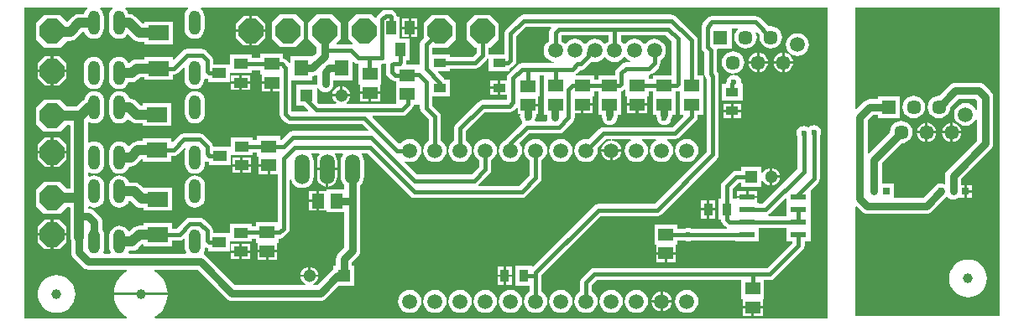
<source format=gbl>
G04*
G04 #@! TF.GenerationSoftware,Altium Limited,Altium Designer,20.0.12 (288)*
G04*
G04 Layer_Physical_Order=2*
G04 Layer_Color=16711680*
%FSLAX42Y42*%
%MOMM*%
G71*
G01*
G75*
%ADD16R,1.30X1.30*%
%ADD17C,1.30*%
%ADD18C,0.75*%
%ADD19R,0.75X0.75*%
%ADD20C,1.50*%
%ADD21C,1.45*%
%ADD22R,1.45X1.45*%
%ADD23C,1.52*%
%ADD24O,1.52X3.05*%
%ADD25P,2.66X8X112.5*%
%ADD26P,2.66X8X22.5*%
%ADD27O,1.22X2.44*%
%ADD28C,1.00*%
%ADD29C,0.60*%
%ADD30C,1.00*%
%ADD31C,0.80*%
%ADD32C,0.40*%
%ADD33R,1.30X0.90*%
%ADD34R,0.90X1.30*%
%ADD35R,1.40X1.64*%
%ADD36R,1.50X1.30*%
%ADD37R,1.30X1.50*%
%ADD38R,1.30X0.90*%
%ADD39R,2.10X1.50*%
%ADD40R,1.00X1.40*%
%ADD41R,1.40X1.00*%
%ADD42R,1.60X0.60*%
G36*
X8184Y81D02*
X1398D01*
X1395Y93D01*
X1414Y106D01*
X1447Y133D01*
X1474Y166D01*
X1497Y202D01*
X1513Y241D01*
X1523Y283D01*
X1525Y312D01*
X985D01*
X987Y283D01*
X997Y241D01*
X1013Y202D01*
X1036Y166D01*
X1063Y133D01*
X1096Y106D01*
X1115Y93D01*
X1112Y81D01*
X81D01*
Y3219D01*
X713D01*
X717Y3207D01*
X708Y3200D01*
X692Y3179D01*
X683Y3156D01*
X633Y3156D01*
X622Y3154D01*
X610Y3152D01*
X610Y3152D01*
X610Y3152D01*
X599Y3148D01*
X588Y3143D01*
X588Y3143D01*
X588Y3143D01*
X578Y3136D01*
X569Y3129D01*
X512Y3072D01*
X441Y3142D01*
X279D01*
X197Y3061D01*
Y2898D01*
X279Y2816D01*
X441D01*
X510Y2885D01*
X544Y2885D01*
X544Y2885D01*
X544Y2885D01*
X556Y2887D01*
X568Y2888D01*
X568Y2888D01*
X568Y2888D01*
X579Y2893D01*
X590Y2897D01*
X590Y2897D01*
X590Y2897D01*
X599Y2904D01*
X608Y2911D01*
X609Y2912D01*
X609Y2912D01*
X671Y2974D01*
X684Y2974D01*
X692Y2955D01*
X708Y2934D01*
X730Y2918D01*
X754Y2908D01*
X780Y2904D01*
X807Y2908D01*
X831Y2918D01*
X852Y2934D01*
X869Y2955D01*
X879Y2980D01*
X882Y3006D01*
Y3128D01*
X879Y3154D01*
X869Y3179D01*
X852Y3200D01*
X844Y3207D01*
X848Y3219D01*
X967D01*
X971Y3207D01*
X962Y3200D01*
X946Y3179D01*
X936Y3154D01*
X933Y3128D01*
Y3006D01*
X936Y2980D01*
X946Y2955D01*
X962Y2934D01*
X984Y2918D01*
X1008Y2908D01*
X1034Y2904D01*
X1061Y2908D01*
X1085Y2918D01*
X1106Y2934D01*
X1115Y2945D01*
X1128Y2946D01*
X1173Y2901D01*
X1192Y2887D01*
X1214Y2878D01*
X1237Y2875D01*
X1288D01*
Y2850D01*
X1578D01*
Y3080D01*
X1288D01*
Y3056D01*
X1275D01*
X1202Y3129D01*
X1183Y3144D01*
X1161Y3153D01*
X1137Y3156D01*
X1132D01*
X1123Y3179D01*
X1106Y3200D01*
X1098Y3207D01*
X1102Y3219D01*
X1729D01*
X1733Y3207D01*
X1724Y3200D01*
X1708Y3179D01*
X1698Y3154D01*
X1695Y3128D01*
Y3006D01*
X1698Y2980D01*
X1708Y2955D01*
X1724Y2934D01*
X1746Y2918D01*
X1770Y2908D01*
X1796Y2904D01*
X1823Y2908D01*
X1847Y2918D01*
X1868Y2934D01*
X1885Y2955D01*
X1895Y2980D01*
X1898Y3006D01*
Y3128D01*
X1895Y3154D01*
X1885Y3179D01*
X1868Y3200D01*
X1860Y3207D01*
X1864Y3219D01*
X8184D01*
X8184Y81D01*
D02*
G37*
G36*
X9919Y101D02*
X8463D01*
Y1207D01*
X8475Y1212D01*
X8527Y1159D01*
X8544Y1147D01*
X8563Y1139D01*
X8584Y1136D01*
X9178D01*
X9199Y1139D01*
X9219Y1147D01*
X9235Y1159D01*
X9379Y1303D01*
X9387Y1305D01*
X9396Y1303D01*
X9409Y1293D01*
X9429Y1285D01*
X9449Y1282D01*
X9470Y1285D01*
X9490Y1293D01*
X9499Y1300D01*
X9512Y1300D01*
X9512Y1300D01*
X9512Y1300D01*
X9562D01*
Y1363D01*
Y1426D01*
X9530D01*
Y1488D01*
X9828Y1787D01*
X9841Y1803D01*
X9849Y1823D01*
X9852Y1844D01*
Y2317D01*
X9849Y2338D01*
X9841Y2357D01*
X9828Y2374D01*
X9765Y2437D01*
X9749Y2450D01*
X9729Y2458D01*
X9708Y2461D01*
X9474D01*
X9453Y2458D01*
X9434Y2450D01*
X9417Y2437D01*
X9307Y2327D01*
X9278Y2323D01*
X9251Y2312D01*
X9228Y2294D01*
X9209Y2270D01*
X9198Y2243D01*
X9194Y2214D01*
X9198Y2184D01*
X9209Y2157D01*
X9228Y2133D01*
X9251Y2115D01*
X9278Y2104D01*
X9308Y2100D01*
X9337Y2104D01*
X9364Y2115D01*
X9388Y2133D01*
X9406Y2157D01*
X9417Y2184D01*
X9421Y2213D01*
X9508Y2299D01*
X9675D01*
X9691Y2284D01*
Y2194D01*
X9678Y2191D01*
X9675Y2198D01*
X9657Y2222D01*
X9633Y2240D01*
X9605Y2252D01*
X9575Y2256D01*
X9545Y2252D01*
X9517Y2240D01*
X9493Y2222D01*
X9474Y2198D01*
X9463Y2170D01*
X9459Y2140D01*
X9463Y2110D01*
X9474Y2082D01*
X9493Y2058D01*
X9517Y2039D01*
X9545Y2028D01*
X9575Y2024D01*
X9605Y2028D01*
X9633Y2039D01*
X9657Y2058D01*
X9675Y2082D01*
X9678Y2088D01*
X9691Y2086D01*
Y1877D01*
X9392Y1579D01*
X9380Y1562D01*
X9371Y1543D01*
X9369Y1522D01*
Y1445D01*
X9356Y1436D01*
X9345Y1441D01*
X9324Y1443D01*
X9304Y1441D01*
X9284Y1433D01*
X9267Y1420D01*
X9267Y1420D01*
X9145Y1297D01*
X8852D01*
Y1440D01*
X8730D01*
Y1649D01*
X8927Y1846D01*
X8956Y1850D01*
X8983Y1861D01*
X9007Y1879D01*
X9025Y1903D01*
X9036Y1930D01*
X9040Y1960D01*
X9036Y1989D01*
X9025Y2016D01*
X9007Y2040D01*
X8983Y2058D01*
X8956Y2069D01*
X8927Y2073D01*
X8897Y2069D01*
X8870Y2058D01*
X8847Y2040D01*
X8828Y2016D01*
X8817Y1989D01*
X8813Y1960D01*
X8601Y1748D01*
X8588Y1753D01*
Y2079D01*
X8642Y2133D01*
X8687D01*
Y2101D01*
X8912D01*
Y2326D01*
X8687D01*
Y2294D01*
X8609D01*
X8588Y2291D01*
X8569Y2283D01*
X8552Y2271D01*
X8475Y2194D01*
X8463Y2198D01*
Y3219D01*
X9919D01*
Y101D01*
D02*
G37*
%LPC*%
G36*
X3769Y3195D02*
X3726D01*
X3703Y3191D01*
X3683Y3178D01*
X3647Y3142D01*
X3634Y3122D01*
X3634Y3120D01*
X3622Y3117D01*
X3589Y3149D01*
X3426D01*
X3345Y3067D01*
Y2904D01*
X3392Y2857D01*
X3386Y2845D01*
X3372Y2848D01*
X3231D01*
X3226Y2860D01*
X3271Y2904D01*
Y3067D01*
X3189Y3149D01*
X3026D01*
X2945Y3067D01*
Y2904D01*
X3026Y2823D01*
X3027D01*
Y2765D01*
X2998Y2736D01*
X2987Y2731D01*
Y2731D01*
X2987Y2731D01*
X2767D01*
Y2663D01*
X2754Y2658D01*
X2719Y2693D01*
X2699Y2706D01*
X2690Y2708D01*
Y2754D01*
X2460D01*
Y2711D01*
X2371D01*
Y2742D01*
X2151D01*
Y2660D01*
X2151Y2647D01*
X2139Y2647D01*
X1984D01*
Y2689D01*
X1982Y2700D01*
X1980Y2711D01*
X1979Y2712D01*
X1979Y2713D01*
X1973Y2722D01*
X1967Y2731D01*
X1918Y2783D01*
X1917Y2784D01*
X1917Y2785D01*
X1907Y2791D01*
X1898Y2797D01*
X1897Y2797D01*
X1897Y2798D01*
X1886Y2800D01*
X1875Y2803D01*
X1874Y2802D01*
X1873Y2803D01*
X1723D01*
X1699Y2798D01*
X1679Y2785D01*
X1590Y2696D01*
X1578Y2700D01*
Y2720D01*
X1288D01*
Y2696D01*
X1211D01*
X1188Y2693D01*
X1166Y2684D01*
X1147Y2670D01*
X1138Y2661D01*
X1126Y2663D01*
X1123Y2671D01*
X1106Y2692D01*
X1085Y2708D01*
X1061Y2718D01*
X1034Y2722D01*
X1008Y2718D01*
X984Y2708D01*
X962Y2692D01*
X946Y2671D01*
X936Y2646D01*
X933Y2620D01*
Y2498D01*
X936Y2472D01*
X946Y2447D01*
X962Y2426D01*
X984Y2410D01*
X1008Y2400D01*
X1034Y2396D01*
X1061Y2400D01*
X1085Y2410D01*
X1106Y2426D01*
X1123Y2447D01*
X1131Y2466D01*
X1163D01*
X1187Y2470D01*
X1209Y2479D01*
X1227Y2493D01*
X1249Y2515D01*
X1288D01*
Y2490D01*
X1578D01*
Y2544D01*
X1586D01*
X1610Y2549D01*
X1630Y2562D01*
X1682Y2614D01*
X1695Y2609D01*
Y2498D01*
X1698Y2472D01*
X1708Y2447D01*
X1724Y2426D01*
X1746Y2410D01*
X1770Y2400D01*
X1796Y2396D01*
X1823Y2400D01*
X1847Y2410D01*
X1868Y2426D01*
X1885Y2447D01*
X1895Y2472D01*
X1898Y2498D01*
Y2499D01*
X1909Y2505D01*
X1916Y2501D01*
X1931Y2498D01*
Y2467D01*
X2151D01*
Y2549D01*
X2151Y2562D01*
X2164Y2562D01*
X2371D01*
Y2588D01*
X2460D01*
Y2544D01*
X2475D01*
Y2472D01*
X2575D01*
Y2459D01*
X2588D01*
Y2369D01*
X2655D01*
Y2145D01*
X2660Y2121D01*
X2673Y2101D01*
X2711Y2063D01*
X2731Y2050D01*
X2754Y2045D01*
X3486D01*
X3549Y1983D01*
X3544Y1971D01*
X2786D01*
X2763Y1967D01*
X2743Y1953D01*
X2673Y1883D01*
X2660Y1888D01*
Y1922D01*
X2430D01*
Y1878D01*
X2383D01*
Y1907D01*
X2163D01*
Y1824D01*
X2163Y1812D01*
X2150Y1812D01*
X1984D01*
Y1816D01*
X1979Y1840D01*
X1966Y1860D01*
X1895Y1931D01*
X1875Y1944D01*
X1852Y1948D01*
X1691D01*
X1668Y1944D01*
X1648Y1931D01*
X1577Y1860D01*
X1566Y1865D01*
Y1895D01*
X1276D01*
Y1871D01*
X1226D01*
X1203Y1868D01*
X1181Y1858D01*
X1162Y1844D01*
X1139Y1821D01*
X1123Y1823D01*
X1112Y1838D01*
X1091Y1855D01*
X1066Y1865D01*
X1040Y1868D01*
X1013Y1865D01*
X989Y1855D01*
X968Y1838D01*
X952Y1817D01*
X941Y1793D01*
X938Y1766D01*
Y1644D01*
X941Y1618D01*
X952Y1594D01*
X968Y1572D01*
X989Y1556D01*
X1013Y1546D01*
X1040Y1543D01*
X1066Y1546D01*
X1091Y1556D01*
X1112Y1572D01*
X1128Y1594D01*
X1137Y1615D01*
X1152D01*
X1175Y1618D01*
X1197Y1627D01*
X1216Y1641D01*
X1263Y1688D01*
X1276Y1688D01*
Y1665D01*
X1566D01*
Y1719D01*
X1584D01*
X1607Y1723D01*
X1627Y1737D01*
X1694Y1804D01*
X1705Y1797D01*
X1703Y1793D01*
X1700Y1766D01*
Y1644D01*
X1703Y1618D01*
X1714Y1594D01*
X1730Y1572D01*
X1751Y1556D01*
X1775Y1546D01*
X1802Y1543D01*
X1828Y1546D01*
X1853Y1556D01*
X1874Y1572D01*
X1890Y1594D01*
X1900Y1618D01*
X1904Y1644D01*
Y1664D01*
X1915Y1670D01*
X1922Y1665D01*
X1943Y1661D01*
Y1632D01*
X2163D01*
Y1714D01*
X2163Y1727D01*
X2176Y1727D01*
X2383D01*
Y1755D01*
X2430D01*
Y1712D01*
X2445D01*
Y1639D01*
X2545D01*
Y1627D01*
X2558D01*
Y1536D01*
X2634D01*
Y1054D01*
X2416D01*
Y1010D01*
X2371D01*
Y1035D01*
X2151D01*
Y953D01*
X2151Y940D01*
X1984D01*
Y965D01*
X1979Y988D01*
X1966Y1008D01*
X1895Y1079D01*
X1875Y1092D01*
X1852Y1097D01*
X1752D01*
X1728Y1092D01*
X1708Y1079D01*
X1617Y988D01*
X1572D01*
Y1040D01*
X1282D01*
Y1017D01*
X1238D01*
X1215Y1014D01*
X1193Y1005D01*
X1174Y991D01*
X1142Y959D01*
X1130Y961D01*
X1128Y965D01*
X1112Y986D01*
X1091Y1003D01*
X1066Y1013D01*
X1040Y1016D01*
X1013Y1013D01*
X989Y1003D01*
X968Y986D01*
X952Y965D01*
X941Y941D01*
X938Y914D01*
Y793D01*
X941Y766D01*
X950Y745D01*
X944Y732D01*
X881D01*
X875Y745D01*
X884Y766D01*
X888Y793D01*
Y914D01*
X884Y941D01*
X874Y965D01*
X866Y975D01*
Y1051D01*
X864Y1071D01*
X856Y1091D01*
X843Y1108D01*
X783Y1168D01*
X766Y1180D01*
X747Y1188D01*
X726Y1191D01*
X724Y1193D01*
X724Y1206D01*
X737Y1212D01*
X759Y1202D01*
X786Y1199D01*
X812Y1202D01*
X837Y1212D01*
X858Y1229D01*
X874Y1250D01*
X884Y1274D01*
X888Y1301D01*
Y1422D01*
X884Y1449D01*
X874Y1473D01*
X858Y1494D01*
X837Y1511D01*
X812Y1521D01*
X786Y1524D01*
X759Y1521D01*
X737Y1512D01*
X724Y1517D01*
X724Y1550D01*
X737Y1555D01*
X759Y1546D01*
X786Y1543D01*
X812Y1546D01*
X837Y1556D01*
X858Y1572D01*
X874Y1594D01*
X884Y1618D01*
X888Y1644D01*
Y1766D01*
X884Y1793D01*
X874Y1817D01*
X858Y1838D01*
X837Y1855D01*
X812Y1865D01*
X786Y1868D01*
X759Y1865D01*
X737Y1855D01*
X724Y1860D01*
X724Y2058D01*
X737Y2063D01*
X759Y2054D01*
X786Y2051D01*
X812Y2054D01*
X837Y2064D01*
X858Y2080D01*
X874Y2102D01*
X884Y2126D01*
X888Y2152D01*
Y2274D01*
X884Y2301D01*
X874Y2325D01*
X858Y2346D01*
X837Y2363D01*
X812Y2373D01*
X786Y2376D01*
X759Y2373D01*
X735Y2363D01*
X714Y2346D01*
X698Y2325D01*
X687Y2301D01*
X686Y2292D01*
X686Y2292D01*
X667Y2278D01*
X607Y2217D01*
X516D01*
X441Y2292D01*
X279D01*
X197Y2210D01*
Y2047D01*
X279Y1966D01*
X441D01*
X512Y2036D01*
X534D01*
X543Y2027D01*
X543Y1387D01*
X514Y1387D01*
X441Y1459D01*
X279D01*
X197Y1377D01*
Y1214D01*
X279Y1133D01*
X441D01*
X514Y1205D01*
X534Y1205D01*
X543Y1196D01*
X543Y1111D01*
X543Y904D01*
X546Y881D01*
X553Y864D01*
Y746D01*
X555Y725D01*
X563Y705D01*
X576Y689D01*
X670Y595D01*
X687Y582D01*
X706Y574D01*
X727Y571D01*
X1114D01*
X1118Y558D01*
X1096Y544D01*
X1063Y517D01*
X1036Y484D01*
X1013Y448D01*
X997Y409D01*
X987Y367D01*
X985Y338D01*
X1525D01*
X1523Y367D01*
X1513Y409D01*
X1497Y448D01*
X1474Y484D01*
X1447Y517D01*
X1414Y544D01*
X1392Y558D01*
X1396Y571D01*
X1827D01*
X2119Y279D01*
X2136Y266D01*
X2155Y258D01*
X2176Y255D01*
X3066D01*
X3087Y258D01*
X3107Y266D01*
X3123Y279D01*
X3250Y405D01*
X3410D01*
Y615D01*
X3385D01*
Y644D01*
X3446Y705D01*
X3459Y722D01*
X3467Y741D01*
X3470Y762D01*
Y1268D01*
Y1428D01*
X3472Y1430D01*
X3491Y1454D01*
X3502Y1483D01*
X3506Y1513D01*
Y1665D01*
X3502Y1696D01*
X3491Y1724D01*
X3482Y1735D01*
X3488Y1747D01*
X3540D01*
X3972Y1314D01*
X3992Y1301D01*
X4016Y1296D01*
X5098D01*
X5121Y1301D01*
X5141Y1314D01*
X5282Y1455D01*
X5296Y1475D01*
X5300Y1499D01*
Y1676D01*
X5322Y1693D01*
X5341Y1717D01*
X5352Y1745D01*
X5356Y1776D01*
X5352Y1806D01*
X5341Y1834D01*
X5322Y1859D01*
X5298Y1877D01*
X5269Y1889D01*
X5239Y1893D01*
X5209Y1889D01*
X5181Y1877D01*
X5156Y1859D01*
X5138Y1834D01*
X5126Y1806D01*
X5122Y1776D01*
X5126Y1745D01*
X5138Y1717D01*
X5156Y1693D01*
X5178Y1676D01*
Y1524D01*
X5072Y1418D01*
X4665D01*
X4661Y1431D01*
X4774Y1544D01*
X4788Y1564D01*
X4792Y1588D01*
Y1676D01*
X4814Y1693D01*
X4833Y1717D01*
X4844Y1745D01*
X4848Y1776D01*
X4844Y1806D01*
X4833Y1834D01*
X4814Y1859D01*
X4790Y1877D01*
X4761Y1889D01*
X4731Y1893D01*
X4701Y1889D01*
X4673Y1877D01*
X4648Y1859D01*
X4630Y1834D01*
X4618Y1806D01*
X4614Y1776D01*
X4618Y1745D01*
X4630Y1717D01*
X4648Y1693D01*
X4670Y1676D01*
Y1613D01*
X4590Y1533D01*
X4040D01*
X3913Y1660D01*
X3920Y1670D01*
X3939Y1663D01*
X3969Y1659D01*
X3999Y1663D01*
X4028Y1674D01*
X4052Y1693D01*
X4071Y1717D01*
X4082Y1745D01*
X4086Y1776D01*
X4082Y1806D01*
X4071Y1834D01*
X4052Y1859D01*
X4028Y1877D01*
X3999Y1889D01*
X3969Y1893D01*
X3939Y1889D01*
X3911Y1877D01*
X3886Y1859D01*
X3877Y1846D01*
X3860Y1845D01*
X3591Y2114D01*
X3596Y2125D01*
X3888D01*
X3912Y2130D01*
X3932Y2143D01*
X3994Y2205D01*
X4007Y2225D01*
X4010Y2241D01*
X4058D01*
Y2423D01*
X4071Y2430D01*
X4071Y2430D01*
Y2207D01*
X4076Y2183D01*
X4089Y2163D01*
X4160Y2092D01*
X4161Y1875D01*
X4140Y1859D01*
X4122Y1834D01*
X4110Y1806D01*
X4106Y1776D01*
X4110Y1745D01*
X4122Y1717D01*
X4140Y1693D01*
X4165Y1674D01*
X4193Y1663D01*
X4223Y1659D01*
X4253Y1663D01*
X4282Y1674D01*
X4306Y1693D01*
X4325Y1717D01*
X4336Y1745D01*
X4340Y1776D01*
X4336Y1806D01*
X4325Y1834D01*
X4306Y1859D01*
X4284Y1876D01*
X4283Y2118D01*
X4280Y2130D01*
X4278Y2141D01*
X4278Y2141D01*
X4278Y2141D01*
X4271Y2151D01*
X4265Y2161D01*
X4194Y2232D01*
Y2324D01*
X4375D01*
Y2494D01*
X4320D01*
X4314Y2503D01*
X4251Y2566D01*
X4256Y2578D01*
X4375D01*
Y2602D01*
X4625D01*
X4649Y2606D01*
X4668Y2620D01*
X4745Y2696D01*
X4753Y2708D01*
X4765Y2704D01*
Y2578D01*
X4975D01*
Y2605D01*
X4982Y2606D01*
X5002Y2620D01*
X5028Y2645D01*
X5041Y2665D01*
X5046Y2689D01*
Y2781D01*
X5046Y2931D01*
X5141Y3026D01*
X5392D01*
X5397Y3014D01*
X5392Y3010D01*
X5379Y2990D01*
X5375Y2966D01*
Y2885D01*
X5353Y2868D01*
X5334Y2844D01*
X5323Y2816D01*
X5319Y2786D01*
X5323Y2755D01*
X5334Y2727D01*
X5353Y2703D01*
X5377Y2684D01*
X5405Y2672D01*
X5421Y2670D01*
X5420Y2658D01*
X5099D01*
X5075Y2653D01*
X5056Y2640D01*
X4966Y2550D01*
X4952Y2530D01*
X4948Y2506D01*
Y2479D01*
X4883D01*
Y2409D01*
Y2339D01*
X4948D01*
Y2285D01*
X4700D01*
X4677Y2281D01*
X4657Y2267D01*
X4434Y2045D01*
X4421Y2025D01*
X4416Y2001D01*
Y1875D01*
X4394Y1859D01*
X4376Y1834D01*
X4364Y1806D01*
X4360Y1776D01*
X4364Y1745D01*
X4376Y1717D01*
X4394Y1693D01*
X4419Y1674D01*
X4447Y1663D01*
X4477Y1659D01*
X4507Y1663D01*
X4536Y1674D01*
X4560Y1693D01*
X4579Y1717D01*
X4590Y1745D01*
X4594Y1776D01*
X4590Y1806D01*
X4579Y1834D01*
X4560Y1859D01*
X4538Y1875D01*
Y1976D01*
X4725Y2163D01*
X4974D01*
X4997Y2168D01*
X5017Y2181D01*
X5048Y2212D01*
X5060Y2207D01*
Y2147D01*
X5081D01*
X5081Y2138D01*
X5081Y2133D01*
X5080Y2123D01*
X5083Y2102D01*
X5091Y2083D01*
X5103Y2067D01*
X5104Y2064D01*
X5103Y2051D01*
X4942Y1890D01*
X4936Y1881D01*
X4927Y1877D01*
X4902Y1859D01*
X4884Y1834D01*
X4872Y1806D01*
X4868Y1776D01*
X4872Y1745D01*
X4884Y1717D01*
X4902Y1693D01*
X4927Y1674D01*
X4955Y1663D01*
X4985Y1659D01*
X5015Y1663D01*
X5044Y1674D01*
X5068Y1693D01*
X5087Y1717D01*
X5098Y1745D01*
X5102Y1776D01*
X5098Y1806D01*
X5087Y1834D01*
X5075Y1850D01*
X5173Y1948D01*
X5215D01*
X5220Y1949D01*
X5474D01*
X5497Y1954D01*
X5517Y1967D01*
X5614Y2064D01*
X5627Y2084D01*
X5632Y2107D01*
Y2149D01*
X5698D01*
Y2239D01*
X5711D01*
Y2252D01*
X5811D01*
Y2324D01*
X5826D01*
Y2372D01*
X5871D01*
Y2324D01*
Y2134D01*
X5905D01*
X5908Y2114D01*
X5916Y2095D01*
X5916Y2094D01*
X5918Y2084D01*
X5925Y2067D01*
X5936Y2053D01*
X5951Y2041D01*
X5968Y2034D01*
X5986Y2032D01*
X6004Y2034D01*
X6021Y2041D01*
X6036Y2053D01*
X6047Y2067D01*
X6054Y2084D01*
X6055Y2094D01*
X6056Y2095D01*
X6064Y2114D01*
X6066Y2134D01*
X6101D01*
Y2324D01*
Y2376D01*
X6106Y2377D01*
X6126Y2390D01*
X6133Y2398D01*
X6146Y2392D01*
Y2324D01*
X6160D01*
Y2252D01*
X6261D01*
X6361D01*
Y2324D01*
X6376D01*
Y2373D01*
X6421D01*
Y2324D01*
Y2134D01*
X6456D01*
X6458Y2118D01*
X6466Y2099D01*
X6468Y2084D01*
X6475Y2067D01*
X6486Y2053D01*
X6501Y2041D01*
X6518Y2034D01*
X6536Y2032D01*
X6554Y2034D01*
X6571Y2041D01*
X6586Y2053D01*
X6597Y2067D01*
X6604Y2084D01*
X6606Y2099D01*
X6614Y2118D01*
X6616Y2134D01*
X6651D01*
Y2324D01*
Y2373D01*
X6658D01*
X6681Y2378D01*
X6685Y2380D01*
X6696Y2374D01*
Y2324D01*
Y2134D01*
X6725D01*
X6730Y2123D01*
X6620Y2013D01*
X5923D01*
X5900Y2008D01*
X5880Y1995D01*
X5774Y1889D01*
X5747Y1893D01*
X5717Y1889D01*
X5689Y1877D01*
X5664Y1859D01*
X5646Y1834D01*
X5634Y1806D01*
X5630Y1776D01*
X5634Y1745D01*
X5646Y1717D01*
X5664Y1693D01*
X5689Y1674D01*
X5717Y1663D01*
X5747Y1659D01*
X5777Y1663D01*
X5806Y1674D01*
X5830Y1693D01*
X5849Y1717D01*
X5860Y1745D01*
X5864Y1776D01*
X5861Y1803D01*
X5949Y1891D01*
X5998D01*
X5999Y1878D01*
X5992Y1877D01*
X5975Y1875D01*
X5950Y1865D01*
X5929Y1848D01*
X5912Y1827D01*
X5902Y1802D01*
X5900Y1789D01*
X6102D01*
X6100Y1802D01*
X6090Y1827D01*
X6074Y1848D01*
X6052Y1865D01*
X6028Y1875D01*
X6011Y1877D01*
X6004Y1878D01*
X6004Y1891D01*
X6196D01*
X6198Y1878D01*
X6197Y1877D01*
X6172Y1859D01*
X6154Y1834D01*
X6142Y1806D01*
X6138Y1776D01*
X6142Y1745D01*
X6154Y1717D01*
X6172Y1693D01*
X6197Y1674D01*
X6225Y1663D01*
X6255Y1659D01*
X6285Y1663D01*
X6314Y1674D01*
X6338Y1693D01*
X6357Y1717D01*
X6368Y1745D01*
X6372Y1776D01*
X6368Y1806D01*
X6357Y1834D01*
X6338Y1859D01*
X6314Y1877D01*
X6312Y1878D01*
X6315Y1891D01*
X6450D01*
X6452Y1878D01*
X6451Y1877D01*
X6426Y1859D01*
X6408Y1834D01*
X6396Y1806D01*
X6392Y1776D01*
X6396Y1745D01*
X6408Y1717D01*
X6426Y1693D01*
X6451Y1674D01*
X6479Y1663D01*
X6509Y1659D01*
X6539Y1663D01*
X6568Y1674D01*
X6592Y1693D01*
X6611Y1717D01*
X6622Y1745D01*
X6626Y1776D01*
X6622Y1806D01*
X6611Y1834D01*
X6592Y1859D01*
X6568Y1877D01*
X6566Y1878D01*
X6569Y1891D01*
X6646D01*
X6669Y1895D01*
X6689Y1909D01*
X6692Y1913D01*
X6696Y1916D01*
X6854Y2074D01*
X6867Y2094D01*
X6872Y2117D01*
Y2134D01*
X6926D01*
Y2324D01*
Y2534D01*
X6872D01*
Y2887D01*
X6867Y2911D01*
X6854Y2931D01*
X6831Y2954D01*
X6830Y2954D01*
X6830Y2955D01*
X6649Y3131D01*
X6640Y3137D01*
X6630Y3143D01*
X6630Y3144D01*
X6629Y3144D01*
X6618Y3146D01*
X6607Y3148D01*
X5116D01*
X5092Y3143D01*
X5072Y3130D01*
X4941Y2999D01*
X4928Y2979D01*
X4923Y2956D01*
X4923Y2781D01*
Y2748D01*
X4775D01*
X4765Y2748D01*
X4763Y2759D01*
Y2816D01*
X4783D01*
X4864Y2898D01*
Y3061D01*
X4783Y3142D01*
X4620D01*
X4539Y3061D01*
Y2898D01*
X4620Y2816D01*
X4640D01*
Y2765D01*
X4600Y2724D01*
X4375D01*
Y2748D01*
X4194D01*
Y2816D01*
X4354D01*
X4435Y2898D01*
Y3061D01*
X4354Y3142D01*
X4191D01*
X4109Y3061D01*
Y2910D01*
X4089Y2889D01*
X4076Y2870D01*
X4071Y2846D01*
Y2628D01*
X4059Y2620D01*
X4058Y2621D01*
Y2641D01*
X3942D01*
X3932Y2654D01*
X3934Y2667D01*
Y2686D01*
X3963D01*
Y2906D01*
X3881D01*
X3868Y2906D01*
Y3126D01*
X3839D01*
X3835Y3149D01*
X3821Y3169D01*
X3813Y3178D01*
X3793Y3191D01*
X3769Y3195D01*
D02*
G37*
G36*
X4044Y3111D02*
X3981D01*
Y3029D01*
X4044D01*
Y3111D01*
D02*
G37*
G36*
X3956D02*
X3893D01*
Y3029D01*
X3956D01*
Y3111D01*
D02*
G37*
G36*
X2437Y3134D02*
X2376D01*
Y2999D01*
X2511D01*
Y3060D01*
X2437Y3134D01*
D02*
G37*
G36*
X2350D02*
X2289D01*
X2215Y3060D01*
Y2999D01*
X2350D01*
Y3134D01*
D02*
G37*
G36*
X4044Y3003D02*
X3981D01*
Y2921D01*
X4044D01*
Y3003D01*
D02*
G37*
G36*
X3956D02*
X3893D01*
Y2921D01*
X3956D01*
Y3003D01*
D02*
G37*
G36*
X2511Y2973D02*
X2376D01*
Y2838D01*
X2437D01*
X2511Y2912D01*
Y2973D01*
D02*
G37*
G36*
X2350D02*
X2215D01*
Y2912D01*
X2289Y2838D01*
X2350D01*
Y2973D01*
D02*
G37*
G36*
X2820Y3149D02*
X2657D01*
X2575Y3067D01*
Y2904D01*
X2657Y2823D01*
X2820D01*
X2901Y2904D01*
Y3067D01*
X2820Y3149D01*
D02*
G37*
G36*
X7457Y3134D02*
X7017D01*
X6993Y3129D01*
X6974Y3116D01*
X6934Y3077D01*
X6921Y3057D01*
X6919Y3048D01*
X6914Y3040D01*
X6909Y3017D01*
Y2822D01*
X6914Y2798D01*
X6927Y2779D01*
X6942Y2764D01*
Y2550D01*
X6946Y2527D01*
X6959Y2507D01*
X6962Y2504D01*
Y1760D01*
X6438Y1235D01*
X5868D01*
X5844Y1231D01*
X5825Y1217D01*
X5213Y606D01*
X5201Y611D01*
Y615D01*
X5031D01*
Y405D01*
X5178D01*
Y351D01*
X5156Y335D01*
X5138Y310D01*
X5126Y282D01*
X5122Y252D01*
X5126Y221D01*
X5138Y193D01*
X5156Y169D01*
X5181Y150D01*
X5209Y139D01*
X5239Y135D01*
X5269Y139D01*
X5298Y150D01*
X5322Y169D01*
X5341Y193D01*
X5352Y221D01*
X5356Y252D01*
X5352Y282D01*
X5341Y310D01*
X5322Y335D01*
X5300Y351D01*
Y520D01*
X5893Y1113D01*
X6463D01*
X6487Y1117D01*
X6506Y1131D01*
X7067Y1691D01*
X7080Y1711D01*
X7085Y1734D01*
Y2529D01*
X7080Y2553D01*
X7067Y2573D01*
X7064Y2575D01*
Y2790D01*
X7062Y2797D01*
X7070Y2807D01*
X7215D01*
Y3012D01*
X7273D01*
X7276Y3003D01*
X7276Y2999D01*
X7259Y2976D01*
X7247Y2949D01*
X7243Y2919D01*
X7247Y2890D01*
X7259Y2863D01*
X7277Y2839D01*
X7300Y2821D01*
X7328Y2810D01*
X7357Y2806D01*
X7386Y2810D01*
X7414Y2821D01*
X7437Y2839D01*
X7455Y2863D01*
X7467Y2890D01*
X7470Y2919D01*
X7467Y2949D01*
X7459Y2967D01*
X7470Y2974D01*
X7501Y2943D01*
X7497Y2919D01*
X7501Y2890D01*
X7513Y2863D01*
X7531Y2839D01*
X7554Y2821D01*
X7582Y2810D01*
X7611Y2806D01*
X7640Y2810D01*
X7668Y2821D01*
X7691Y2839D01*
X7709Y2863D01*
X7721Y2890D01*
X7724Y2919D01*
X7721Y2949D01*
X7709Y2976D01*
X7691Y2999D01*
X7668Y3018D01*
X7640Y3029D01*
X7611Y3033D01*
X7587Y3030D01*
X7501Y3116D01*
X7481Y3129D01*
X7457Y3134D01*
D02*
G37*
G36*
X7878Y2961D02*
X7848Y2957D01*
X7820Y2946D01*
X7796Y2927D01*
X7777Y2903D01*
X7766Y2875D01*
X7762Y2845D01*
X7766Y2815D01*
X7777Y2787D01*
X7796Y2763D01*
X7820Y2745D01*
X7848Y2733D01*
X7878Y2729D01*
X7908Y2733D01*
X7936Y2745D01*
X7960Y2763D01*
X7978Y2787D01*
X7990Y2815D01*
X7994Y2845D01*
X7990Y2875D01*
X7978Y2903D01*
X7960Y2927D01*
X7936Y2946D01*
X7908Y2957D01*
X7878Y2961D01*
D02*
G37*
G36*
X7751Y2762D02*
Y2678D01*
X7835D01*
X7833Y2691D01*
X7823Y2715D01*
X7808Y2735D01*
X7787Y2751D01*
X7763Y2761D01*
X7751Y2762D01*
D02*
G37*
G36*
X7725D02*
X7712Y2761D01*
X7689Y2751D01*
X7668Y2735D01*
X7652Y2715D01*
X7643Y2691D01*
X7641Y2678D01*
X7725D01*
Y2762D01*
D02*
G37*
G36*
X7497D02*
Y2678D01*
X7581D01*
X7579Y2691D01*
X7569Y2715D01*
X7554Y2735D01*
X7533Y2751D01*
X7509Y2761D01*
X7497Y2762D01*
D02*
G37*
G36*
X7471D02*
X7458Y2761D01*
X7435Y2751D01*
X7414Y2735D01*
X7398Y2715D01*
X7389Y2691D01*
X7387Y2678D01*
X7471D01*
Y2762D01*
D02*
G37*
G36*
X434Y2728D02*
X373D01*
Y2592D01*
X508D01*
Y2654D01*
X434Y2728D01*
D02*
G37*
G36*
X347D02*
X286D01*
X212Y2654D01*
Y2592D01*
X347D01*
Y2728D01*
D02*
G37*
G36*
X7835Y2653D02*
X7751D01*
Y2568D01*
X7763Y2570D01*
X7787Y2580D01*
X7808Y2595D01*
X7823Y2616D01*
X7833Y2640D01*
X7835Y2653D01*
D02*
G37*
G36*
X7725D02*
X7641D01*
X7643Y2640D01*
X7652Y2616D01*
X7668Y2595D01*
X7689Y2580D01*
X7712Y2570D01*
X7725Y2568D01*
Y2653D01*
D02*
G37*
G36*
X7581D02*
X7497D01*
Y2568D01*
X7509Y2570D01*
X7533Y2580D01*
X7554Y2595D01*
X7569Y2616D01*
X7579Y2640D01*
X7581Y2653D01*
D02*
G37*
G36*
X7471D02*
X7387D01*
X7389Y2640D01*
X7398Y2616D01*
X7414Y2595D01*
X7435Y2580D01*
X7458Y2570D01*
X7471Y2568D01*
Y2653D01*
D02*
G37*
G36*
X7230Y2779D02*
X7201Y2775D01*
X7173Y2764D01*
X7150Y2745D01*
X7132Y2722D01*
X7120Y2695D01*
X7116Y2665D01*
X7120Y2636D01*
X7132Y2609D01*
X7150Y2585D01*
X7173Y2567D01*
X7201Y2556D01*
X7230Y2552D01*
X7259Y2556D01*
X7287Y2567D01*
X7310Y2585D01*
X7328Y2609D01*
X7340Y2636D01*
X7343Y2665D01*
X7340Y2695D01*
X7328Y2722D01*
X7310Y2745D01*
X7287Y2764D01*
X7259Y2775D01*
X7230Y2779D01*
D02*
G37*
G36*
X2357Y2537D02*
X2274D01*
Y2475D01*
X2357D01*
Y2537D01*
D02*
G37*
G36*
X2249D02*
X2166D01*
Y2475D01*
X2249D01*
Y2537D01*
D02*
G37*
G36*
X508Y2567D02*
X373D01*
Y2431D01*
X434D01*
X508Y2505D01*
Y2567D01*
D02*
G37*
G36*
X347D02*
X212D01*
Y2505D01*
X286Y2431D01*
X347D01*
Y2567D01*
D02*
G37*
G36*
X4858Y2479D02*
X4780D01*
Y2422D01*
X4858D01*
Y2479D01*
D02*
G37*
G36*
X780Y2722D02*
X754Y2718D01*
X730Y2708D01*
X708Y2692D01*
X692Y2671D01*
X682Y2646D01*
X679Y2620D01*
Y2498D01*
X682Y2472D01*
X692Y2447D01*
X708Y2426D01*
X730Y2410D01*
X754Y2400D01*
X780Y2396D01*
X807Y2400D01*
X831Y2410D01*
X852Y2426D01*
X869Y2447D01*
X879Y2472D01*
X882Y2498D01*
Y2620D01*
X879Y2646D01*
X869Y2671D01*
X852Y2692D01*
X831Y2708D01*
X807Y2718D01*
X780Y2722D01*
D02*
G37*
G36*
X2357Y2449D02*
X2274D01*
Y2387D01*
X2357D01*
Y2449D01*
D02*
G37*
G36*
X2249D02*
X2166D01*
Y2387D01*
X2249D01*
Y2449D01*
D02*
G37*
G36*
X2563Y2447D02*
X2475D01*
Y2369D01*
X2563D01*
Y2447D01*
D02*
G37*
G36*
X4858Y2396D02*
X4780D01*
Y2339D01*
X4858D01*
Y2396D01*
D02*
G37*
G36*
X7238Y2540D02*
X7220Y2538D01*
X7203Y2531D01*
X7188Y2519D01*
X7177Y2505D01*
X7170Y2488D01*
X7170Y2484D01*
X7163Y2474D01*
X7159Y2451D01*
Y2450D01*
X7115D01*
Y2280D01*
X7325D01*
Y2450D01*
X7319D01*
X7308Y2463D01*
X7309Y2469D01*
X7307Y2488D01*
X7300Y2505D01*
X7288Y2519D01*
X7274Y2531D01*
X7257Y2538D01*
X7238Y2540D01*
D02*
G37*
G36*
X7310Y2246D02*
X7233D01*
Y2188D01*
X7310D01*
Y2246D01*
D02*
G37*
G36*
X7207D02*
X7130D01*
Y2188D01*
X7207D01*
Y2246D01*
D02*
G37*
G36*
X6361Y2227D02*
X6274D01*
Y2149D01*
X6361D01*
Y2227D01*
D02*
G37*
G36*
X6248D02*
X6160D01*
Y2149D01*
X6248D01*
Y2227D01*
D02*
G37*
G36*
X5811D02*
X5723D01*
Y2149D01*
X5811D01*
Y2227D01*
D02*
G37*
G36*
X7310Y2163D02*
X7233D01*
Y2105D01*
X7310D01*
Y2163D01*
D02*
G37*
G36*
X7207D02*
X7130D01*
Y2105D01*
X7207D01*
Y2163D01*
D02*
G37*
G36*
X1802Y2376D02*
X1775Y2373D01*
X1751Y2363D01*
X1730Y2346D01*
X1714Y2325D01*
X1703Y2301D01*
X1700Y2274D01*
Y2152D01*
X1703Y2126D01*
X1714Y2102D01*
X1730Y2080D01*
X1751Y2064D01*
X1775Y2054D01*
X1802Y2051D01*
X1828Y2054D01*
X1853Y2064D01*
X1874Y2080D01*
X1890Y2102D01*
X1900Y2126D01*
X1904Y2152D01*
Y2274D01*
X1900Y2301D01*
X1890Y2325D01*
X1874Y2346D01*
X1853Y2363D01*
X1828Y2373D01*
X1802Y2376D01*
D02*
G37*
G36*
X1040D02*
X1013Y2373D01*
X989Y2363D01*
X968Y2346D01*
X952Y2325D01*
X941Y2301D01*
X938Y2274D01*
Y2152D01*
X941Y2126D01*
X952Y2102D01*
X968Y2080D01*
X989Y2064D01*
X1013Y2054D01*
X1040Y2051D01*
X1066Y2054D01*
X1091Y2064D01*
X1112Y2080D01*
X1121Y2092D01*
X1134Y2093D01*
X1151Y2076D01*
X1170Y2061D01*
X1192Y2052D01*
X1215Y2049D01*
X1276D01*
Y2025D01*
X1566D01*
Y2255D01*
X1276D01*
Y2231D01*
X1253D01*
X1206Y2278D01*
X1187Y2292D01*
X1165Y2301D01*
X1142Y2304D01*
X1137D01*
X1128Y2325D01*
X1112Y2346D01*
X1091Y2363D01*
X1066Y2373D01*
X1040Y2376D01*
D02*
G37*
G36*
X8044Y2032D02*
X8026Y2030D01*
X8009Y2023D01*
X7994Y2011D01*
X7989Y2005D01*
X7978Y2014D01*
X7961Y2021D01*
X7943Y2023D01*
X7924Y2021D01*
X7907Y2014D01*
X7893Y2003D01*
X7881Y1988D01*
X7874Y1971D01*
X7872Y1953D01*
X7874Y1934D01*
X7881Y1917D01*
Y1590D01*
X7532Y1241D01*
X7491D01*
Y1249D01*
X7488D01*
X7476Y1251D01*
X7476Y1262D01*
Y1294D01*
X7371D01*
X7266D01*
Y1286D01*
X7253Y1286D01*
X7253Y1286D01*
X7230D01*
Y1390D01*
X7289Y1449D01*
X7308D01*
Y1405D01*
X7518D01*
Y1470D01*
X7531Y1472D01*
X7534Y1464D01*
X7549Y1446D01*
X7568Y1431D01*
X7590Y1422D01*
X7601Y1421D01*
Y1510D01*
Y1600D01*
X7590Y1598D01*
X7568Y1589D01*
X7549Y1574D01*
X7534Y1556D01*
X7531Y1548D01*
X7518Y1550D01*
Y1615D01*
X7308D01*
Y1571D01*
X7263D01*
X7240Y1567D01*
X7220Y1553D01*
X7125Y1458D01*
X7112Y1439D01*
X7107Y1415D01*
Y1286D01*
X7083D01*
Y1076D01*
X7108D01*
X7112Y1057D01*
X7125Y1037D01*
X7153Y1009D01*
X7168Y999D01*
X7164Y987D01*
X6815D01*
X6798Y994D01*
X6779Y996D01*
X6761Y994D01*
X6744Y987D01*
X6667D01*
Y1031D01*
X6437D01*
Y821D01*
X6452D01*
Y749D01*
X6552D01*
X6653D01*
Y821D01*
X6667D01*
Y864D01*
X6744D01*
X6761Y857D01*
X6779Y855D01*
X6798Y857D01*
X6815Y864D01*
X7251D01*
Y855D01*
X7491D01*
Y991D01*
X7771D01*
Y855D01*
X7830D01*
Y841D01*
X7576Y587D01*
X5833D01*
X5810Y583D01*
X5790Y570D01*
X5704Y484D01*
X5691Y464D01*
X5686Y440D01*
Y351D01*
X5664Y335D01*
X5646Y310D01*
X5634Y282D01*
X5630Y252D01*
X5634Y221D01*
X5646Y193D01*
X5664Y169D01*
X5689Y150D01*
X5717Y139D01*
X5747Y135D01*
X5777Y139D01*
X5806Y150D01*
X5830Y169D01*
X5849Y193D01*
X5860Y221D01*
X5864Y252D01*
X5860Y282D01*
X5849Y310D01*
X5830Y335D01*
X5808Y351D01*
Y415D01*
X5859Y465D01*
X7312D01*
Y275D01*
X7327D01*
Y203D01*
X7427D01*
X7528D01*
Y275D01*
X7542D01*
Y465D01*
X7602D01*
X7625Y470D01*
X7645Y483D01*
X7934Y772D01*
X7948Y792D01*
X7952Y816D01*
Y855D01*
X8011D01*
Y982D01*
X8011D01*
Y1122D01*
X8011D01*
Y1236D01*
Y1370D01*
X8088Y1447D01*
X8101Y1467D01*
X8106Y1490D01*
Y1899D01*
X8105Y1903D01*
Y1926D01*
X8112Y1943D01*
X8115Y1961D01*
X8112Y1980D01*
X8105Y1997D01*
X8094Y2011D01*
X8079Y2023D01*
X8062Y2030D01*
X8044Y2032D01*
D02*
G37*
G36*
X434Y1908D02*
X373D01*
Y1772D01*
X508D01*
Y1834D01*
X434Y1908D01*
D02*
G37*
G36*
X347D02*
X286D01*
X212Y1834D01*
Y1772D01*
X347D01*
Y1908D01*
D02*
G37*
G36*
X6102Y1763D02*
X6014D01*
Y1675D01*
X6028Y1677D01*
X6052Y1687D01*
X6074Y1703D01*
X6090Y1725D01*
X6100Y1749D01*
X6102Y1763D01*
D02*
G37*
G36*
X5988D02*
X5900D01*
X5902Y1749D01*
X5912Y1725D01*
X5929Y1703D01*
X5950Y1687D01*
X5975Y1677D01*
X5988Y1675D01*
Y1763D01*
D02*
G37*
G36*
X6763Y1893D02*
X6733Y1889D01*
X6705Y1877D01*
X6680Y1859D01*
X6662Y1834D01*
X6650Y1806D01*
X6646Y1776D01*
X6650Y1745D01*
X6662Y1717D01*
X6680Y1693D01*
X6705Y1674D01*
X6733Y1663D01*
X6763Y1659D01*
X6793Y1663D01*
X6822Y1674D01*
X6846Y1693D01*
X6865Y1717D01*
X6876Y1745D01*
X6880Y1776D01*
X6876Y1806D01*
X6865Y1834D01*
X6846Y1859D01*
X6822Y1877D01*
X6793Y1889D01*
X6763Y1893D01*
D02*
G37*
G36*
X5493D02*
X5463Y1889D01*
X5435Y1877D01*
X5410Y1859D01*
X5392Y1834D01*
X5380Y1806D01*
X5376Y1776D01*
X5380Y1745D01*
X5392Y1717D01*
X5410Y1693D01*
X5435Y1674D01*
X5463Y1663D01*
X5493Y1659D01*
X5523Y1663D01*
X5552Y1674D01*
X5576Y1693D01*
X5595Y1717D01*
X5606Y1745D01*
X5610Y1776D01*
X5606Y1806D01*
X5595Y1834D01*
X5576Y1859D01*
X5552Y1877D01*
X5523Y1889D01*
X5493Y1893D01*
D02*
G37*
G36*
X2368Y1702D02*
X2286D01*
Y1639D01*
X2368D01*
Y1702D01*
D02*
G37*
G36*
X2260D02*
X2178D01*
Y1639D01*
X2260D01*
Y1702D01*
D02*
G37*
G36*
X508Y1747D02*
X373D01*
Y1611D01*
X434D01*
X508Y1685D01*
Y1747D01*
D02*
G37*
G36*
X347D02*
X212D01*
Y1685D01*
X286Y1611D01*
X347D01*
Y1747D01*
D02*
G37*
G36*
X2368Y1614D02*
X2286D01*
Y1551D01*
X2368D01*
Y1614D01*
D02*
G37*
G36*
X2260D02*
X2178D01*
Y1551D01*
X2260D01*
Y1614D01*
D02*
G37*
G36*
X2532D02*
X2445D01*
Y1536D01*
X2532D01*
Y1614D01*
D02*
G37*
G36*
X7626Y1600D02*
Y1523D01*
X7703D01*
X7701Y1534D01*
X7692Y1556D01*
X7678Y1574D01*
X7659Y1589D01*
X7637Y1598D01*
X7626Y1600D01*
D02*
G37*
G36*
X7703Y1497D02*
X7626D01*
Y1421D01*
X7637Y1422D01*
X7659Y1431D01*
X7678Y1446D01*
X7692Y1464D01*
X7701Y1486D01*
X7703Y1497D01*
D02*
G37*
G36*
X7476Y1362D02*
X7384D01*
Y1319D01*
X7476D01*
Y1362D01*
D02*
G37*
G36*
X7358D02*
X7266D01*
Y1319D01*
X7358D01*
Y1362D01*
D02*
G37*
G36*
X1802Y1524D02*
X1775Y1521D01*
X1751Y1511D01*
X1730Y1494D01*
X1714Y1473D01*
X1703Y1449D01*
X1700Y1422D01*
Y1301D01*
X1703Y1274D01*
X1714Y1250D01*
X1730Y1229D01*
X1751Y1212D01*
X1775Y1202D01*
X1802Y1199D01*
X1828Y1202D01*
X1853Y1212D01*
X1874Y1229D01*
X1890Y1250D01*
X1900Y1274D01*
X1904Y1301D01*
Y1422D01*
X1900Y1449D01*
X1890Y1473D01*
X1874Y1494D01*
X1853Y1511D01*
X1828Y1521D01*
X1802Y1524D01*
D02*
G37*
G36*
X7049Y1271D02*
X6991D01*
Y1193D01*
X7049D01*
Y1271D01*
D02*
G37*
G36*
X6966D02*
X6908D01*
Y1193D01*
X6966D01*
Y1271D01*
D02*
G37*
G36*
X1040Y1524D02*
X1013Y1521D01*
X989Y1511D01*
X968Y1494D01*
X952Y1473D01*
X941Y1449D01*
X938Y1422D01*
Y1301D01*
X941Y1274D01*
X952Y1250D01*
X968Y1229D01*
X989Y1212D01*
X1013Y1202D01*
X1040Y1199D01*
X1066Y1202D01*
X1091Y1212D01*
X1112Y1229D01*
X1128Y1250D01*
X1137Y1271D01*
X1150D01*
X1198Y1222D01*
X1217Y1208D01*
X1239Y1199D01*
X1263Y1196D01*
X1282D01*
Y1170D01*
X1572D01*
Y1400D01*
X1282D01*
X1282Y1400D01*
Y1400D01*
X1272Y1406D01*
X1252Y1426D01*
X1233Y1440D01*
X1211Y1449D01*
X1188Y1452D01*
X1137D01*
X1128Y1473D01*
X1112Y1494D01*
X1091Y1511D01*
X1066Y1521D01*
X1040Y1524D01*
D02*
G37*
G36*
X7049Y1168D02*
X6991D01*
Y1090D01*
X7049D01*
Y1168D01*
D02*
G37*
G36*
X6966D02*
X6908D01*
Y1090D01*
X6966D01*
Y1168D01*
D02*
G37*
G36*
X434Y1075D02*
X373D01*
Y939D01*
X508D01*
Y1001D01*
X434Y1075D01*
D02*
G37*
G36*
X347D02*
X286D01*
X212Y1001D01*
Y939D01*
X347D01*
Y1075D01*
D02*
G37*
G36*
X508Y914D02*
X373D01*
Y778D01*
X434D01*
X508Y852D01*
Y914D01*
D02*
G37*
G36*
X347D02*
X212D01*
Y852D01*
X286Y778D01*
X347D01*
Y914D01*
D02*
G37*
G36*
X6653Y723D02*
X6565D01*
Y646D01*
X6653D01*
Y723D01*
D02*
G37*
G36*
X6540D02*
X6452D01*
Y646D01*
X6540D01*
Y723D01*
D02*
G37*
G36*
X4997Y601D02*
X4939D01*
Y523D01*
X4997D01*
Y601D01*
D02*
G37*
G36*
X4914D02*
X4856D01*
Y523D01*
X4914D01*
Y601D01*
D02*
G37*
G36*
X4997Y498D02*
X4939D01*
Y420D01*
X4997D01*
Y498D01*
D02*
G37*
G36*
X4914D02*
X4856D01*
Y420D01*
X4914D01*
Y498D01*
D02*
G37*
G36*
X6522Y353D02*
Y265D01*
X6610D01*
X6608Y278D01*
X6598Y303D01*
X6582Y324D01*
X6560Y341D01*
X6536Y351D01*
X6522Y353D01*
D02*
G37*
G36*
X6496D02*
X6483Y351D01*
X6458Y341D01*
X6437Y324D01*
X6420Y303D01*
X6410Y278D01*
X6408Y265D01*
X6496D01*
Y353D01*
D02*
G37*
G36*
X6610Y239D02*
X6522D01*
Y151D01*
X6536Y153D01*
X6560Y163D01*
X6582Y179D01*
X6598Y201D01*
X6608Y225D01*
X6610Y239D01*
D02*
G37*
G36*
X6496D02*
X6408D01*
X6410Y225D01*
X6420Y201D01*
X6437Y179D01*
X6458Y163D01*
X6483Y153D01*
X6496Y151D01*
Y239D01*
D02*
G37*
G36*
X6763Y369D02*
X6733Y365D01*
X6705Y353D01*
X6680Y335D01*
X6662Y310D01*
X6650Y282D01*
X6646Y252D01*
X6650Y221D01*
X6662Y193D01*
X6680Y169D01*
X6705Y150D01*
X6733Y139D01*
X6763Y135D01*
X6793Y139D01*
X6822Y150D01*
X6846Y169D01*
X6865Y193D01*
X6876Y221D01*
X6880Y252D01*
X6876Y282D01*
X6865Y310D01*
X6846Y335D01*
X6822Y353D01*
X6793Y365D01*
X6763Y369D01*
D02*
G37*
G36*
X6255D02*
X6225Y365D01*
X6197Y353D01*
X6172Y335D01*
X6154Y310D01*
X6142Y282D01*
X6138Y252D01*
X6142Y221D01*
X6154Y193D01*
X6172Y169D01*
X6197Y150D01*
X6225Y139D01*
X6255Y135D01*
X6285Y139D01*
X6314Y150D01*
X6338Y169D01*
X6357Y193D01*
X6368Y221D01*
X6372Y252D01*
X6368Y282D01*
X6357Y310D01*
X6338Y335D01*
X6314Y353D01*
X6285Y365D01*
X6255Y369D01*
D02*
G37*
G36*
X6001D02*
X5971Y365D01*
X5943Y353D01*
X5918Y335D01*
X5900Y310D01*
X5888Y282D01*
X5884Y252D01*
X5888Y221D01*
X5900Y193D01*
X5918Y169D01*
X5943Y150D01*
X5971Y139D01*
X6001Y135D01*
X6031Y139D01*
X6060Y150D01*
X6084Y169D01*
X6103Y193D01*
X6114Y221D01*
X6118Y252D01*
X6114Y282D01*
X6103Y310D01*
X6084Y335D01*
X6060Y353D01*
X6031Y365D01*
X6001Y369D01*
D02*
G37*
G36*
X5493D02*
X5463Y365D01*
X5435Y353D01*
X5410Y335D01*
X5392Y310D01*
X5380Y282D01*
X5376Y252D01*
X5380Y221D01*
X5392Y193D01*
X5410Y169D01*
X5435Y150D01*
X5463Y139D01*
X5493Y135D01*
X5523Y139D01*
X5552Y150D01*
X5576Y169D01*
X5595Y193D01*
X5606Y221D01*
X5610Y252D01*
X5606Y282D01*
X5595Y310D01*
X5576Y335D01*
X5552Y353D01*
X5523Y365D01*
X5493Y369D01*
D02*
G37*
G36*
X4985D02*
X4955Y365D01*
X4927Y353D01*
X4902Y335D01*
X4884Y310D01*
X4872Y282D01*
X4868Y252D01*
X4872Y221D01*
X4884Y193D01*
X4902Y169D01*
X4927Y150D01*
X4955Y139D01*
X4985Y135D01*
X5015Y139D01*
X5044Y150D01*
X5068Y169D01*
X5087Y193D01*
X5098Y221D01*
X5102Y252D01*
X5098Y282D01*
X5087Y310D01*
X5068Y335D01*
X5044Y353D01*
X5015Y365D01*
X4985Y369D01*
D02*
G37*
G36*
X4731D02*
X4701Y365D01*
X4673Y353D01*
X4648Y335D01*
X4630Y310D01*
X4618Y282D01*
X4614Y252D01*
X4618Y221D01*
X4630Y193D01*
X4648Y169D01*
X4673Y150D01*
X4701Y139D01*
X4731Y135D01*
X4761Y139D01*
X4790Y150D01*
X4814Y169D01*
X4833Y193D01*
X4844Y221D01*
X4848Y252D01*
X4844Y282D01*
X4833Y310D01*
X4814Y335D01*
X4790Y353D01*
X4761Y365D01*
X4731Y369D01*
D02*
G37*
G36*
X4477D02*
X4447Y365D01*
X4419Y353D01*
X4394Y335D01*
X4376Y310D01*
X4364Y282D01*
X4360Y252D01*
X4364Y221D01*
X4376Y193D01*
X4394Y169D01*
X4419Y150D01*
X4447Y139D01*
X4477Y135D01*
X4507Y139D01*
X4536Y150D01*
X4560Y169D01*
X4579Y193D01*
X4590Y221D01*
X4594Y252D01*
X4590Y282D01*
X4579Y310D01*
X4560Y335D01*
X4536Y353D01*
X4507Y365D01*
X4477Y369D01*
D02*
G37*
G36*
X4223D02*
X4193Y365D01*
X4165Y353D01*
X4140Y335D01*
X4122Y310D01*
X4110Y282D01*
X4106Y252D01*
X4110Y221D01*
X4122Y193D01*
X4140Y169D01*
X4165Y150D01*
X4193Y139D01*
X4223Y135D01*
X4253Y139D01*
X4282Y150D01*
X4306Y169D01*
X4325Y193D01*
X4336Y221D01*
X4340Y252D01*
X4336Y282D01*
X4325Y310D01*
X4306Y335D01*
X4282Y353D01*
X4253Y365D01*
X4223Y369D01*
D02*
G37*
G36*
X3969D02*
X3939Y365D01*
X3911Y353D01*
X3886Y335D01*
X3868Y310D01*
X3856Y282D01*
X3852Y252D01*
X3856Y221D01*
X3868Y193D01*
X3886Y169D01*
X3911Y150D01*
X3939Y139D01*
X3969Y135D01*
X3999Y139D01*
X4028Y150D01*
X4052Y169D01*
X4071Y193D01*
X4082Y221D01*
X4086Y252D01*
X4082Y282D01*
X4071Y310D01*
X4052Y335D01*
X4028Y353D01*
X3999Y365D01*
X3969Y369D01*
D02*
G37*
G36*
X405Y516D02*
X368Y512D01*
X332Y501D01*
X299Y484D01*
X270Y460D01*
X246Y431D01*
X229Y398D01*
X218Y362D01*
X214Y325D01*
X218Y288D01*
X229Y252D01*
X246Y219D01*
X270Y190D01*
X299Y166D01*
X332Y149D01*
X368Y138D01*
X405Y134D01*
X442Y138D01*
X478Y149D01*
X511Y166D01*
X540Y190D01*
X564Y219D01*
X581Y252D01*
X592Y288D01*
X596Y325D01*
X592Y362D01*
X581Y398D01*
X564Y431D01*
X540Y460D01*
X511Y484D01*
X478Y501D01*
X442Y512D01*
X405Y516D01*
D02*
G37*
G36*
X7528Y177D02*
X7440D01*
Y100D01*
X7528D01*
Y177D01*
D02*
G37*
G36*
X7415D02*
X7327D01*
Y100D01*
X7415D01*
Y177D01*
D02*
G37*
%LPD*%
G36*
X5975Y2885D02*
X5953Y2868D01*
X5942Y2854D01*
X5929D01*
X5919Y2868D01*
X5894Y2887D01*
X5866Y2899D01*
X5836Y2903D01*
X5805Y2899D01*
X5777Y2887D01*
X5753Y2868D01*
X5742Y2854D01*
X5729D01*
X5719Y2868D01*
X5694Y2887D01*
X5666Y2899D01*
X5636Y2903D01*
X5605Y2899D01*
X5577Y2887D01*
X5553Y2868D01*
X5542Y2854D01*
X5529D01*
X5519Y2868D01*
X5497Y2885D01*
Y2941D01*
X5498Y2942D01*
X5975D01*
Y2885D01*
D02*
G37*
G36*
X5953Y2703D02*
X5977Y2684D01*
X6005Y2672D01*
X6036Y2668D01*
X6066Y2672D01*
X6094Y2684D01*
X6119Y2703D01*
X6129Y2717D01*
X6142D01*
X6153Y2703D01*
X6177Y2684D01*
X6191Y2678D01*
X6188Y2666D01*
X6147D01*
X6124Y2661D01*
X6104Y2648D01*
X6057Y2601D01*
X6044Y2581D01*
X6040Y2558D01*
Y2534D01*
X5871D01*
Y2495D01*
X5826D01*
Y2534D01*
X5645D01*
X5641Y2547D01*
X5650Y2553D01*
X5685Y2588D01*
X5692D01*
X5716Y2593D01*
X5735Y2606D01*
X5803Y2673D01*
X5805Y2672D01*
X5836Y2668D01*
X5866Y2672D01*
X5894Y2684D01*
X5919Y2703D01*
X5929Y2717D01*
X5942D01*
X5953Y2703D01*
D02*
G37*
G36*
X6611Y2883D02*
Y2534D01*
X6421D01*
Y2496D01*
X6376D01*
Y2534D01*
X6384Y2543D01*
X6407Y2548D01*
X6427Y2561D01*
X6479Y2614D01*
X6492Y2633D01*
X6497Y2657D01*
Y2686D01*
X6519Y2703D01*
X6537Y2727D01*
X6549Y2755D01*
X6553Y2786D01*
X6549Y2816D01*
X6537Y2844D01*
X6519Y2868D01*
X6494Y2887D01*
X6466Y2899D01*
X6436Y2903D01*
X6405Y2899D01*
X6377Y2887D01*
X6353Y2868D01*
X6342Y2854D01*
X6329D01*
X6319Y2868D01*
X6294Y2887D01*
X6266Y2899D01*
X6236Y2903D01*
X6205Y2899D01*
X6177Y2887D01*
X6153Y2868D01*
X6142Y2854D01*
X6129D01*
X6119Y2868D01*
X6097Y2885D01*
Y2942D01*
X6552D01*
X6611Y2883D01*
D02*
G37*
G36*
X3404Y2668D02*
X3424Y2655D01*
X3447Y2651D01*
X3451D01*
Y2445D01*
X3466D01*
Y2373D01*
X3566D01*
X3667D01*
Y2445D01*
X3681D01*
Y2642D01*
X3688Y2648D01*
X3691Y2651D01*
X3702Y2653D01*
X3714Y2655D01*
X3714Y2655D01*
X3714Y2655D01*
X3719Y2658D01*
X3730Y2651D01*
X3728Y2642D01*
Y2569D01*
X3733Y2546D01*
X3746Y2526D01*
X3779Y2493D01*
X3799Y2479D01*
X3823Y2475D01*
X3828D01*
Y2431D01*
Y2248D01*
X3335D01*
X3331Y2260D01*
X3343Y2270D01*
X3358Y2289D01*
X3367Y2311D01*
X3368Y2322D01*
X3279D01*
X3189D01*
X3191Y2311D01*
X3200Y2289D01*
X3214Y2270D01*
X3227Y2260D01*
X3222Y2248D01*
X3051D01*
X3034Y2265D01*
Y2403D01*
X3047Y2406D01*
X3047Y2405D01*
X3059Y2389D01*
X3076Y2376D01*
X3096Y2368D01*
X3117Y2365D01*
X3137Y2368D01*
X3157Y2376D01*
X3174Y2389D01*
X3186Y2405D01*
X3194Y2425D01*
X3197Y2446D01*
Y2487D01*
X3390D01*
Y2666D01*
X3402Y2671D01*
X3404Y2668D01*
D02*
G37*
G36*
X3036Y2533D02*
Y2451D01*
X3035Y2445D01*
X3024Y2439D01*
X2824D01*
Y2229D01*
X2896D01*
X2946Y2179D01*
X2941Y2168D01*
X2780D01*
X2777Y2170D01*
Y2487D01*
X2987D01*
Y2529D01*
X3006Y2531D01*
X3023Y2538D01*
X3036Y2533D01*
D02*
G37*
G36*
X5321Y2534D02*
Y2324D01*
Y2134D01*
X5352D01*
Y2110D01*
X5355Y2090D01*
X5358Y2082D01*
X5351Y2072D01*
X5237D01*
X5235Y2075D01*
X5232Y2084D01*
X5239Y2103D01*
X5242Y2123D01*
X5241Y2131D01*
X5242Y2139D01*
X5249Y2147D01*
X5261D01*
Y2224D01*
X5161D01*
Y2250D01*
X5261D01*
Y2322D01*
X5276D01*
Y2532D01*
X5287Y2535D01*
X5308D01*
X5321Y2534D01*
D02*
G37*
G36*
X3297Y1735D02*
X3288Y1724D01*
X3276Y1696D01*
X3272Y1665D01*
Y1513D01*
X3276Y1483D01*
X3288Y1454D01*
X3306Y1430D01*
X3309Y1428D01*
Y1383D01*
X3126D01*
Y1369D01*
X3053D01*
Y1268D01*
Y1168D01*
X3126D01*
Y1153D01*
X3309D01*
Y795D01*
X3248Y735D01*
X3235Y718D01*
X3227Y698D01*
X3224Y677D01*
Y615D01*
X3200D01*
Y580D01*
X3184Y567D01*
X3033Y416D01*
X2997D01*
X2995Y429D01*
X3000Y431D01*
X3019Y446D01*
X3034Y465D01*
X3043Y487D01*
X3044Y498D01*
X2865D01*
X2867Y487D01*
X2876Y465D01*
X2890Y446D01*
X2909Y431D01*
X2915Y429D01*
X2912Y416D01*
X2209D01*
X1917Y709D01*
X1900Y721D01*
X1893Y725D01*
X1889Y740D01*
X1890Y742D01*
X1900Y766D01*
X1903Y789D01*
X1915Y796D01*
X1918Y794D01*
X1931Y791D01*
Y760D01*
X2151D01*
Y843D01*
X2151Y855D01*
X2371D01*
Y887D01*
X2416D01*
Y844D01*
X2431D01*
Y771D01*
X2531D01*
X2632D01*
Y844D01*
X2646D01*
Y887D01*
X2656D01*
X2680Y892D01*
X2700Y905D01*
X2739Y944D01*
X2752Y964D01*
X2757Y988D01*
Y1477D01*
X2769Y1480D01*
X2780Y1454D01*
X2798Y1430D01*
X2823Y1411D01*
X2851Y1400D01*
X2881Y1396D01*
X2912Y1400D01*
X2940Y1411D01*
X2964Y1430D01*
X2983Y1454D01*
X2994Y1483D01*
X2998Y1513D01*
Y1665D01*
X2994Y1696D01*
X2983Y1724D01*
X2974Y1735D01*
X2980Y1747D01*
X3055D01*
X3060Y1734D01*
X3047Y1717D01*
X3036Y1692D01*
X3033Y1665D01*
Y1602D01*
X3135D01*
X3238D01*
Y1665D01*
X3234Y1692D01*
X3224Y1717D01*
X3211Y1734D01*
X3216Y1747D01*
X3291D01*
X3297Y1735D01*
D02*
G37*
G36*
X1700Y881D02*
Y793D01*
X1703Y766D01*
X1712Y745D01*
X1706Y732D01*
X1135D01*
X1129Y745D01*
X1137Y763D01*
X1165D01*
X1189Y766D01*
X1211Y775D01*
X1230Y789D01*
X1269Y829D01*
X1282Y824D01*
Y810D01*
X1572D01*
Y865D01*
X1643D01*
X1666Y870D01*
X1686Y883D01*
X1688Y885D01*
X1700Y881D01*
D02*
G37*
%LPC*%
G36*
X3292Y2424D02*
Y2347D01*
X3368D01*
X3367Y2358D01*
X3358Y2380D01*
X3343Y2399D01*
X3324Y2413D01*
X3302Y2422D01*
X3292Y2424D01*
D02*
G37*
G36*
X3266D02*
X3255Y2422D01*
X3233Y2413D01*
X3214Y2399D01*
X3200Y2380D01*
X3191Y2358D01*
X3189Y2347D01*
X3266D01*
Y2424D01*
D02*
G37*
G36*
X3667Y2348D02*
X3579D01*
Y2270D01*
X3667D01*
Y2348D01*
D02*
G37*
G36*
X3553D02*
X3466D01*
Y2270D01*
X3553D01*
Y2348D01*
D02*
G37*
G36*
X3238Y1576D02*
X3148D01*
Y1412D01*
X3162Y1414D01*
X3186Y1424D01*
X3208Y1440D01*
X3224Y1462D01*
X3234Y1486D01*
X3238Y1513D01*
Y1576D01*
D02*
G37*
G36*
X3123D02*
X3033D01*
Y1513D01*
X3036Y1486D01*
X3047Y1462D01*
X3063Y1440D01*
X3084Y1424D01*
X3109Y1414D01*
X3123Y1412D01*
Y1576D01*
D02*
G37*
G36*
X3028Y1369D02*
X2950D01*
Y1281D01*
X3028D01*
Y1369D01*
D02*
G37*
G36*
Y1256D02*
X2950D01*
Y1168D01*
X3028D01*
Y1256D01*
D02*
G37*
G36*
X2357Y831D02*
X2274D01*
Y768D01*
X2357D01*
Y831D01*
D02*
G37*
G36*
X2249D02*
X2166D01*
Y768D01*
X2249D01*
Y831D01*
D02*
G37*
G36*
X2357Y743D02*
X2274D01*
Y680D01*
X2357D01*
Y743D01*
D02*
G37*
G36*
X2249D02*
X2166D01*
Y680D01*
X2249D01*
Y743D01*
D02*
G37*
G36*
X2632Y746D02*
X2544D01*
Y668D01*
X2632D01*
Y746D01*
D02*
G37*
G36*
X2519D02*
X2431D01*
Y668D01*
X2519D01*
Y746D01*
D02*
G37*
G36*
X2967Y600D02*
Y523D01*
X3044D01*
X3043Y534D01*
X3034Y556D01*
X3019Y575D01*
X3000Y589D01*
X2978Y599D01*
X2967Y600D01*
D02*
G37*
G36*
X2942D02*
X2931Y599D01*
X2909Y589D01*
X2890Y575D01*
X2876Y556D01*
X2867Y534D01*
X2865Y523D01*
X2942D01*
Y600D01*
D02*
G37*
%LPD*%
G36*
X7771Y1290D02*
Y1236D01*
Y1114D01*
X7590D01*
X7586Y1126D01*
X7601Y1136D01*
X7759Y1295D01*
X7771Y1290D01*
D02*
G37*
%LPC*%
G36*
X9054Y2327D02*
X9024Y2323D01*
X8997Y2312D01*
X8974Y2294D01*
X8955Y2270D01*
X8944Y2243D01*
X8940Y2214D01*
X8944Y2184D01*
X8955Y2157D01*
X8974Y2133D01*
X8997Y2115D01*
X9024Y2104D01*
X9054Y2100D01*
X9083Y2104D01*
X9110Y2115D01*
X9134Y2133D01*
X9152Y2157D01*
X9163Y2184D01*
X9167Y2214D01*
X9163Y2243D01*
X9152Y2270D01*
X9134Y2294D01*
X9110Y2312D01*
X9083Y2323D01*
X9054Y2327D01*
D02*
G37*
G36*
X9447Y2057D02*
Y1972D01*
X9532D01*
X9530Y1985D01*
X9520Y2009D01*
X9505Y2029D01*
X9484Y2045D01*
X9460Y2055D01*
X9447Y2057D01*
D02*
G37*
G36*
X9422D02*
X9409Y2055D01*
X9385Y2045D01*
X9365Y2029D01*
X9349Y2009D01*
X9339Y1985D01*
X9338Y1972D01*
X9422D01*
Y2057D01*
D02*
G37*
G36*
X9193D02*
Y1972D01*
X9278D01*
X9276Y1985D01*
X9266Y2009D01*
X9251Y2029D01*
X9230Y2045D01*
X9206Y2055D01*
X9193Y2057D01*
D02*
G37*
G36*
X9168D02*
X9155Y2055D01*
X9131Y2045D01*
X9111Y2029D01*
X9095Y2009D01*
X9085Y1985D01*
X9084Y1972D01*
X9168D01*
Y2057D01*
D02*
G37*
G36*
X9532Y1947D02*
X9447D01*
Y1862D01*
X9460Y1864D01*
X9484Y1874D01*
X9505Y1890D01*
X9520Y1910D01*
X9530Y1934D01*
X9532Y1947D01*
D02*
G37*
G36*
X9422D02*
X9338D01*
X9339Y1934D01*
X9349Y1910D01*
X9365Y1890D01*
X9385Y1874D01*
X9409Y1864D01*
X9422Y1862D01*
Y1947D01*
D02*
G37*
G36*
X9278D02*
X9193D01*
Y1862D01*
X9206Y1864D01*
X9230Y1874D01*
X9251Y1890D01*
X9266Y1910D01*
X9276Y1934D01*
X9278Y1947D01*
D02*
G37*
G36*
X9168D02*
X9084D01*
X9085Y1934D01*
X9095Y1910D01*
X9111Y1890D01*
X9131Y1874D01*
X9155Y1864D01*
X9168Y1862D01*
Y1947D01*
D02*
G37*
G36*
X9637Y1426D02*
X9587D01*
Y1375D01*
X9637D01*
Y1426D01*
D02*
G37*
G36*
Y1350D02*
X9587D01*
Y1300D01*
X9637D01*
Y1350D01*
D02*
G37*
G36*
X9599Y674D02*
X9562Y671D01*
X9526Y660D01*
X9493Y642D01*
X9464Y618D01*
X9441Y589D01*
X9423Y556D01*
X9412Y521D01*
X9408Y483D01*
X9412Y446D01*
X9423Y410D01*
X9441Y377D01*
X9464Y348D01*
X9493Y325D01*
X9526Y307D01*
X9562Y296D01*
X9599Y292D01*
X9637Y296D01*
X9672Y307D01*
X9705Y325D01*
X9734Y348D01*
X9758Y377D01*
X9776Y410D01*
X9787Y446D01*
X9790Y483D01*
X9787Y521D01*
X9776Y556D01*
X9758Y589D01*
X9734Y618D01*
X9705Y642D01*
X9672Y660D01*
X9637Y671D01*
X9599Y674D01*
D02*
G37*
%LPD*%
D16*
X7413Y1510D02*
D03*
X3305Y510D02*
D03*
X2929Y2334D02*
D03*
D17*
X7613Y1510D02*
D03*
X2955Y510D02*
D03*
X3279Y2334D02*
D03*
D18*
X8649Y1363D02*
D03*
X9324D02*
D03*
X9449D02*
D03*
D19*
X8774D02*
D03*
X9574D02*
D03*
D20*
X9575Y2140D02*
D03*
X7878Y2845D02*
D03*
D21*
X9435Y1960D02*
D03*
X9308Y2214D02*
D03*
X8927Y1960D02*
D03*
X9054Y2214D02*
D03*
X9181Y1960D02*
D03*
X7738Y2665D02*
D03*
X7611Y2919D02*
D03*
X7230Y2665D02*
D03*
X7357Y2919D02*
D03*
X7484Y2665D02*
D03*
D22*
X8800Y2214D02*
D03*
X7103Y2919D02*
D03*
D23*
X3969Y1776D02*
D03*
X4223D02*
D03*
X4477D02*
D03*
X4731D02*
D03*
X4985D02*
D03*
X5239D02*
D03*
X5493D02*
D03*
X5747D02*
D03*
X6001D02*
D03*
X6255D02*
D03*
X6509D02*
D03*
X6763D02*
D03*
Y252D02*
D03*
X6509D02*
D03*
X6255D02*
D03*
X6001D02*
D03*
X5747D02*
D03*
X5493D02*
D03*
X5239D02*
D03*
X4985D02*
D03*
X4731D02*
D03*
X4477D02*
D03*
X4223D02*
D03*
X3969D02*
D03*
X5436Y2786D02*
D03*
X5636D02*
D03*
X5836D02*
D03*
X6036D02*
D03*
X6236D02*
D03*
X6436D02*
D03*
D24*
X3389Y1589D02*
D03*
X3135D02*
D03*
X2881D02*
D03*
D25*
X360Y2129D02*
D03*
X3508Y2986D02*
D03*
X360Y2580D02*
D03*
Y1759D02*
D03*
Y927D02*
D03*
D26*
X2363Y2986D02*
D03*
X2738D02*
D03*
X3108D02*
D03*
X360Y1296D02*
D03*
Y2979D02*
D03*
X4701D02*
D03*
X4272D02*
D03*
D27*
X786Y1705D02*
D03*
X1040D02*
D03*
X1802D02*
D03*
Y2213D02*
D03*
X1040D02*
D03*
X786D02*
D03*
Y854D02*
D03*
X1040D02*
D03*
X1802D02*
D03*
Y1362D02*
D03*
X1040D02*
D03*
X786D02*
D03*
X780Y2559D02*
D03*
X1034D02*
D03*
X1796D02*
D03*
Y3067D02*
D03*
X1034D02*
D03*
X780D02*
D03*
D28*
X1255Y325D02*
D03*
X405D02*
D03*
X9599Y483D02*
D03*
D29*
X8044Y1961D02*
D03*
X7943Y1953D02*
D03*
X7238Y2469D02*
D03*
X6779Y925D02*
D03*
X4571Y2459D02*
D03*
X3117Y2446D02*
D03*
X6536Y2103D02*
D03*
X5161D02*
D03*
X5432D02*
D03*
X5986D02*
D03*
D30*
X780Y3065D02*
X786Y3065D01*
X633Y3065D02*
X780Y3065D01*
X544Y2976D02*
X633Y3065D01*
X399Y2976D02*
X544Y2976D01*
X633Y1110D02*
X633Y2126D01*
X633Y904D02*
X633Y1110D01*
X1263Y1287D02*
X1421D01*
X1188Y1362D02*
X1263Y1287D01*
X1040Y1362D02*
X1188D01*
X633Y2126D02*
X644D01*
X373D02*
X633D01*
X731Y2213D02*
X786D01*
X644Y2126D02*
X731Y2213D01*
X1238Y927D02*
X1421D01*
X1165Y854D02*
X1238Y927D01*
X1040Y854D02*
X1165D01*
X1040Y2213D02*
X1142D01*
X1211Y2605D02*
X1433D01*
X1163Y2557D02*
X1211Y2605D01*
X1040Y2557D02*
X1163D01*
X1237Y2965D02*
X1433D01*
X1137Y3065D02*
X1237Y2965D01*
X1040Y3065D02*
X1137D01*
X1040Y1705D02*
X1152D01*
X1226Y1780D01*
X1421D01*
X1215Y2140D02*
X1421D01*
X1142Y2213D02*
X1215Y2140D01*
X368Y1296D02*
X620Y1296D01*
D31*
X1860Y652D02*
X2176Y336D01*
X727Y652D02*
X1860D01*
X633Y746D02*
X727Y652D01*
X3389Y762D02*
Y1268D01*
X3305Y677D02*
X3389Y762D01*
X3305Y510D02*
Y677D01*
X3066Y336D02*
X3241Y510D01*
X3305D01*
X9449Y1363D02*
Y1522D01*
X9771Y1844D01*
Y2317D01*
X9708Y2380D02*
X9771Y2317D01*
X9474Y2380D02*
X9708D01*
X9308Y2214D02*
X9474Y2380D01*
X786Y854D02*
Y1051D01*
X633Y1110D02*
X726D01*
X786Y1051D01*
X2176Y336D02*
X3066D01*
X3108Y2787D02*
Y2986D01*
Y2732D02*
Y2787D01*
X2985Y2609D02*
X3108Y2732D01*
X2877Y2609D02*
X2985D01*
X3117Y2446D02*
Y2568D01*
X3158Y2609D01*
X3280D01*
X786Y854D02*
X792Y860D01*
X633Y746D02*
Y904D01*
X3389Y1589D02*
Y1675D01*
Y1268D02*
Y1589D01*
X5432Y2110D02*
Y2236D01*
X5436Y2239D01*
X5986Y2135D02*
Y2239D01*
X5161Y2237D02*
X5161Y2139D01*
X5161Y2123D02*
X5161Y2123D01*
X6536Y2139D02*
Y2239D01*
X9324Y1363D02*
Y1363D01*
X9178Y1216D02*
X9324Y1363D01*
X8609Y2214D02*
X8800D01*
X8508Y2112D02*
X8609Y2214D01*
X8508Y1293D02*
Y2112D01*
Y1293D02*
X8584Y1216D01*
X9178D01*
X8649Y1682D02*
X8927Y1960D01*
X8649Y1363D02*
Y1682D01*
X3231Y1268D02*
X3389D01*
D32*
X5772Y2762D02*
X5796Y2786D01*
X5772Y2729D02*
Y2762D01*
X5692Y2649D02*
X5772Y2729D01*
X5660Y2649D02*
X5692D01*
X5607Y2596D02*
X5660Y2649D01*
X5796Y2786D02*
X5836D01*
X5099Y2596D02*
X5607D01*
X5472Y3003D02*
X6578D01*
X6036Y2786D02*
Y3001D01*
X7861Y1306D02*
X8045Y1490D01*
X8044Y1900D02*
Y1961D01*
Y1900D02*
X8045Y1899D01*
Y1490D02*
Y1899D01*
X7024Y1734D02*
Y2529D01*
X6436Y2657D02*
Y2786D01*
X6383Y2605D02*
X6436Y2657D01*
X6147Y2605D02*
X6383D01*
X6101Y2558D02*
X6147Y2605D01*
X6101Y2452D02*
Y2558D01*
X6083Y2434D02*
X6101Y2452D01*
X5707Y2434D02*
X6083D01*
X5706Y2434D02*
X5707Y2434D01*
X5611Y2434D02*
X5706D01*
X5571Y2394D02*
X5611Y2434D01*
X5571Y2107D02*
Y2394D01*
X6811Y2117D02*
Y2239D01*
X6653Y1959D02*
X6811Y2117D01*
X5474Y2010D02*
X5571Y2107D01*
X5216Y2010D02*
X5474D01*
X7003Y2550D02*
Y2790D01*
X7017Y3073D02*
X7457D01*
X6977Y3033D02*
X7017Y3073D01*
X6977Y3023D02*
Y3033D01*
X6970Y3017D02*
X6977Y3023D01*
X6970Y2822D02*
Y3017D01*
X7220Y2451D02*
X7238Y2469D01*
X7220Y2365D02*
Y2451D01*
X6970Y2822D02*
X7003Y2790D01*
Y2550D02*
X7024Y2529D01*
X6553Y925D02*
X6779D01*
X7168Y1080D02*
X7196Y1052D01*
X7371D01*
X2695Y1700D02*
X2803Y1808D01*
X2695Y988D02*
Y1700D01*
X2693Y1817D02*
X2786Y1910D01*
X2545Y1817D02*
X2693D01*
X5239Y252D02*
Y545D01*
X5117Y510D02*
X5236D01*
X7457Y3073D02*
X7611Y2919D01*
X2557Y2649D02*
X2574Y2654D01*
X3842Y1776D02*
X3969D01*
X3512Y2106D02*
X3842Y1776D01*
X2754Y2106D02*
X3512D01*
X5923Y1952D02*
X6646D01*
X5747Y1776D02*
X5923Y1952D01*
X4959Y2663D02*
X4985Y2689D01*
X4870Y2663D02*
X4959D01*
X5009Y2506D02*
X5099Y2596D01*
X5009Y2260D02*
Y2506D01*
X2264Y949D02*
X2531D01*
X2656D02*
X2695Y988D01*
X2531Y949D02*
X2656D01*
X2273Y1817D02*
X2545D01*
X2786Y1910D02*
X3576D01*
X4015Y1471D01*
X3565Y1808D02*
X4016Y1357D01*
X2803Y1808D02*
X3565D01*
X1421Y927D02*
X1643D01*
X1941Y850D02*
X2041D01*
X1923Y869D02*
X1941Y850D01*
X1923Y869D02*
Y965D01*
X1852Y1035D02*
X1923Y965D01*
X1752Y1035D02*
X1852D01*
X1643Y927D02*
X1752Y1035D01*
X1584Y1780D02*
X1691Y1887D01*
X1923Y1744D02*
Y1816D01*
X1852Y1887D02*
X1923Y1816D01*
X1691Y1887D02*
X1852D01*
X1946Y1722D02*
X2053D01*
X1923Y1744D02*
X1946Y1722D01*
X1940Y2557D02*
X2041D01*
X1923Y2574D02*
X1940Y2557D01*
X1923Y2574D02*
Y2689D01*
X1873Y2741D02*
X1923Y2689D01*
X2538Y2643D02*
X2557Y2649D01*
X2575D01*
X2264D02*
X2557D01*
X2261Y2652D02*
X2264Y2649D01*
X2716Y2145D02*
Y2609D01*
X2676Y2649D02*
X2716Y2609D01*
X2575Y2649D02*
X2676D01*
X3948Y2354D02*
X3948Y2346D01*
X2889Y2323D02*
X3026Y2186D01*
X3528Y2712D02*
X3564Y2712D01*
Y2551D02*
Y2712D01*
X3447Y2712D02*
X3528D01*
X3372Y2787D02*
X3447Y2712D01*
X3108Y2787D02*
X3372D01*
X3026Y2186D02*
X3888D01*
X2716Y2145D02*
X2754Y2106D01*
X3951Y2249D02*
Y2259D01*
X3888Y2186D02*
X3951Y2249D01*
X4133Y2207D02*
X4221Y2118D01*
X4133Y2207D02*
Y2467D01*
X3691Y2712D02*
Y3099D01*
X3564Y2712D02*
X3691Y2712D01*
X3803Y2655D02*
X3861D01*
X3790Y2642D02*
X3803Y2655D01*
X3790Y2569D02*
Y2642D01*
Y2569D02*
X3823Y2536D01*
X3943D01*
X5833Y526D02*
X7602D01*
X7427Y380D02*
Y521D01*
X6463Y1174D02*
X7024Y1734D01*
X5868Y1174D02*
X6463D01*
X5239Y545D02*
X5868Y1174D01*
X7558Y1179D02*
X7943Y1564D01*
X7371Y1179D02*
X7558D01*
X7943Y1564D02*
Y1953D01*
X7168Y1181D02*
Y1415D01*
Y1080D02*
Y1181D01*
X7263Y1510D02*
X7413D01*
X7168Y1415D02*
X7263Y1510D01*
X5747Y252D02*
Y440D01*
X5833Y526D01*
X5239Y1499D02*
Y1776D01*
X5098Y1357D02*
X5239Y1499D01*
X5215Y2009D02*
X5216Y2010D01*
X5148Y2009D02*
X5215D01*
X4985Y1847D02*
X5148Y2009D01*
X4731Y1588D02*
Y1776D01*
X4615Y1471D02*
X4731Y1588D01*
X4477Y2001D02*
X4700Y2224D01*
X4477Y1776D02*
Y2001D01*
X4221Y2118D02*
X4223Y1776D01*
X6811Y2429D02*
Y2887D01*
X4016Y1357D02*
X5098D01*
X4015Y1471D02*
X4615D01*
X4974Y2224D02*
X5009Y2260D01*
X4700Y2224D02*
X4974D01*
X4133Y2598D02*
Y2846D01*
X4056Y2544D02*
X4133Y2467D01*
X3778Y3016D02*
Y3125D01*
X3769Y3134D02*
X3778Y3125D01*
X3726Y3134D02*
X3769D01*
X3691Y3099D02*
X3726Y3134D01*
X3873Y2667D02*
Y2796D01*
X3861Y2655D02*
X3873Y2667D01*
X3132Y3002D02*
X3137Y2996D01*
X3151Y3010D01*
X3130Y2989D02*
X3137Y2996D01*
X6788Y2911D02*
X6811Y2887D01*
X6607Y3087D02*
X6788Y2911D01*
X6326Y2434D02*
X6658D01*
X6578Y3003D02*
X6672Y2908D01*
Y2449D02*
Y2908D01*
X6658Y2434D02*
X6672Y2449D01*
X5436Y2429D02*
Y2592D01*
X5161Y2427D02*
Y2596D01*
X4701Y2739D02*
Y2979D01*
X4270Y2663D02*
X4625D01*
X4701Y2739D01*
X4985Y2689D02*
Y2781D01*
X4133Y2598D02*
X4270Y2460D01*
Y2409D02*
Y2460D01*
X4320Y2957D02*
X4342D01*
X4133Y2846D02*
X4272Y2986D01*
X5436Y2966D02*
X5472Y3003D01*
X5436Y2786D02*
Y2966D01*
X6434Y2786D02*
X6436D01*
X3948Y2346D02*
X3948Y2346D01*
X5116Y3087D02*
X6607D01*
X4985Y2956D02*
X5116Y3087D01*
X3948Y2346D02*
X3951Y2259D01*
X6779Y925D02*
X7371D01*
X7602Y526D02*
X7891Y816D01*
X3935Y2544D02*
X3948Y2557D01*
X3948Y2544D02*
X4056Y2544D01*
X3948Y2544D02*
X3948D01*
X7891Y816D02*
Y925D01*
X7371Y1052D02*
X7891D01*
Y1179D01*
X1723Y2741D02*
X1873D01*
X4056Y2544D02*
Y2544D01*
X4985Y2956D02*
X4985Y2781D01*
X1586Y2605D02*
X1723Y2741D01*
X1421Y1780D02*
X1584D01*
X1433Y2605D02*
X1586D01*
D33*
X7220Y2365D02*
D03*
Y2175D02*
D03*
D34*
X5117Y510D02*
D03*
X4926D02*
D03*
X7168Y1181D02*
D03*
X6978D02*
D03*
D35*
X2877Y2609D02*
D03*
X3280D02*
D03*
D36*
X6552Y926D02*
D03*
Y736D02*
D03*
X7427Y380D02*
D03*
Y190D02*
D03*
X3943Y2346D02*
D03*
Y2536D02*
D03*
X2545Y1627D02*
D03*
Y1817D02*
D03*
X2531Y949D02*
D03*
Y759D02*
D03*
X5161Y2237D02*
D03*
Y2427D02*
D03*
X5711Y2429D02*
D03*
Y2239D02*
D03*
X3566Y2360D02*
D03*
Y2550D02*
D03*
X2575Y2649D02*
D03*
Y2459D02*
D03*
X6811Y2429D02*
D03*
Y2239D02*
D03*
X6261D02*
D03*
Y2429D02*
D03*
X5986Y2239D02*
D03*
Y2429D02*
D03*
X5436D02*
D03*
Y2239D02*
D03*
X6536Y2429D02*
D03*
Y2239D02*
D03*
D37*
X3231Y1268D02*
D03*
X3041D02*
D03*
D38*
X4270Y2663D02*
D03*
Y2409D02*
D03*
X4870D02*
D03*
Y2663D02*
D03*
D39*
X1421Y1780D02*
D03*
Y2140D02*
D03*
X1427Y1285D02*
D03*
Y925D02*
D03*
X1433Y2605D02*
D03*
Y2965D02*
D03*
D40*
X3778Y3016D02*
D03*
X3968Y3016D02*
D03*
X3873Y2796D02*
D03*
D41*
X2273Y1817D02*
D03*
Y1627D02*
D03*
X2053Y1722D02*
D03*
X2261Y945D02*
D03*
Y755D02*
D03*
X2041Y850D02*
D03*
X2261Y2652D02*
D03*
Y2462D02*
D03*
X2041Y2557D02*
D03*
D42*
X7891Y1306D02*
D03*
Y1179D02*
D03*
X7891Y1052D02*
D03*
X7891Y925D02*
D03*
X7371D02*
D03*
Y1052D02*
D03*
X7371Y1179D02*
D03*
X7371Y1306D02*
D03*
M02*

</source>
